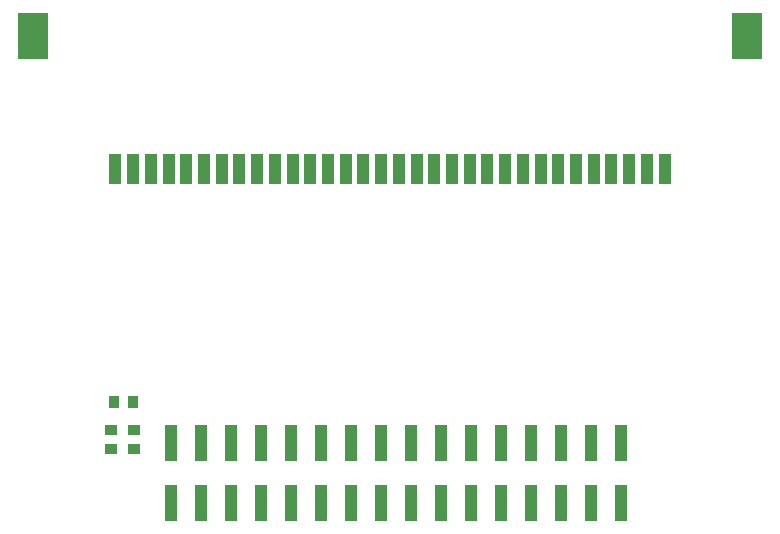
<source format=gtp>
G04 #@! TF.GenerationSoftware,KiCad,Pcbnew,6.0.8*
G04 #@! TF.CreationDate,2022-10-09T16:44:10-07:00*
G04 #@! TF.ProjectId,interposer,696e7465-7270-46f7-9365-722e6b696361,v4.0*
G04 #@! TF.SameCoordinates,Original*
G04 #@! TF.FileFunction,Paste,Top*
G04 #@! TF.FilePolarity,Positive*
%FSLAX46Y46*%
G04 Gerber Fmt 4.6, Leading zero omitted, Abs format (unit mm)*
G04 Created by KiCad (PCBNEW 6.0.8) date 2022-10-09 16:44:10*
%MOMM*%
%LPD*%
G01*
G04 APERTURE LIST*
%ADD10R,1.000000X3.150000*%
%ADD11R,1.000000X0.820000*%
%ADD12R,0.820000X1.000000*%
%ADD13R,1.000000X2.500000*%
%ADD14R,2.500000X4.000000*%
G04 APERTURE END LIST*
D10*
X80950000Y-50525000D03*
X80950000Y-45475000D03*
X83490000Y-50525000D03*
X83490000Y-45475000D03*
X86030000Y-50525000D03*
X86030000Y-45475000D03*
X88570000Y-50525000D03*
X88570000Y-45475000D03*
X91110000Y-50525000D03*
X91110000Y-45475000D03*
X93650000Y-50525000D03*
X93650000Y-45475000D03*
X96190000Y-50525000D03*
X96190000Y-45475000D03*
X98730000Y-50525000D03*
X98730000Y-45475000D03*
X101270000Y-50525000D03*
X101270000Y-45475000D03*
X103810000Y-50525000D03*
X103810000Y-45475000D03*
X106350000Y-50525000D03*
X106350000Y-45475000D03*
X108890000Y-50525000D03*
X108890000Y-45475000D03*
X111430000Y-50525000D03*
X111430000Y-45475000D03*
X113970000Y-50525000D03*
X113970000Y-45475000D03*
X116510000Y-50525000D03*
X116510000Y-45475000D03*
X119050000Y-50525000D03*
X119050000Y-45475000D03*
D11*
X77800000Y-46000000D03*
X77800000Y-44400000D03*
X75900000Y-46000000D03*
X75900000Y-44400000D03*
D12*
X76100000Y-42000000D03*
X77700000Y-42000000D03*
D13*
X76250000Y-22250000D03*
X77750000Y-22250000D03*
X79250000Y-22250000D03*
X80750000Y-22250000D03*
X82250000Y-22250000D03*
X83750000Y-22250000D03*
X85250000Y-22250000D03*
X86750000Y-22250000D03*
X88250000Y-22250000D03*
X89750000Y-22250000D03*
X91250000Y-22250000D03*
X92750000Y-22250000D03*
X94250000Y-22250000D03*
X95750000Y-22250000D03*
X97250000Y-22250000D03*
X98750000Y-22250000D03*
X100250000Y-22250000D03*
X101750000Y-22250000D03*
X103250000Y-22250000D03*
X104750000Y-22250000D03*
X106250000Y-22250000D03*
X107750000Y-22250000D03*
X109250000Y-22250000D03*
X110750000Y-22250000D03*
X112250000Y-22250000D03*
X113750000Y-22250000D03*
X115250000Y-22250000D03*
X116750000Y-22250000D03*
X118250000Y-22250000D03*
X119750000Y-22250000D03*
X121250000Y-22250000D03*
D14*
X69300000Y-11000000D03*
X129700000Y-11000000D03*
D13*
X122750000Y-22250000D03*
M02*

</source>
